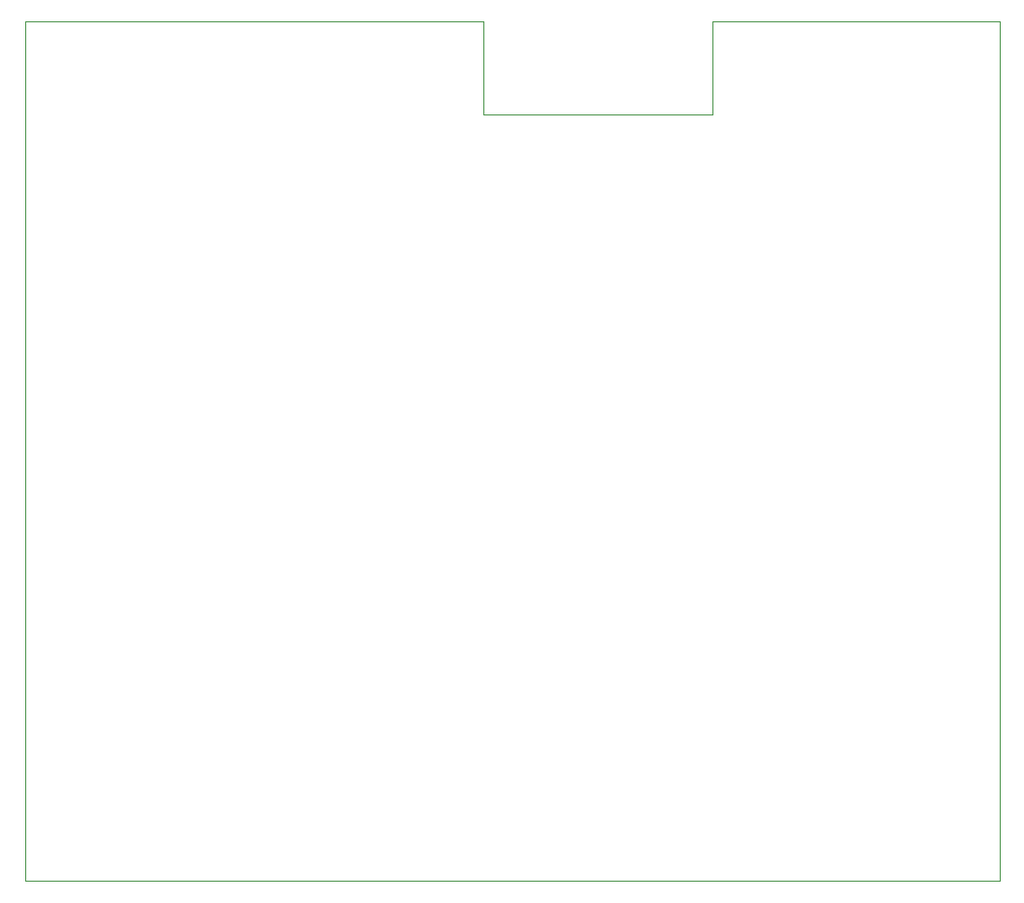
<source format=gbr>
G04 #@! TF.GenerationSoftware,KiCad,Pcbnew,5.0.2-1.fc29*
G04 #@! TF.CreationDate,2019-01-19T22:33:50+01:00*
G04 #@! TF.ProjectId,esp32,65737038-3236-4362-9e6b-696361645f70,rev?*
G04 #@! TF.SameCoordinates,Original*
G04 #@! TF.FileFunction,Profile,NP*
%FSLAX46Y46*%
G04 Gerber Fmt 4.6, Leading zero omitted, Abs format (unit mm)*
G04 Created by KiCad (PCBNEW 5.0.2-1.fc29) date Sat 19 Jan 2019 10:33:50 PM CET*
%MOMM*%
%LPD*%
G01*
G04 APERTURE LIST*
%ADD10C,0.100000*%
G04 APERTURE END LIST*
D10*
X138000000Y-62000000D02*
X163000000Y-62000000D01*
X138000000Y-70095000D02*
X138000000Y-62000000D01*
X118000000Y-70095000D02*
X138000000Y-70095000D01*
X118000000Y-62000000D02*
X118000000Y-70100000D01*
X78000000Y-62000000D02*
X118000000Y-62000000D01*
X163000000Y-137000000D02*
X78000000Y-137000000D01*
X163000000Y-62000000D02*
X163000000Y-137000000D01*
X78000000Y-137000000D02*
X78000000Y-62000000D01*
M02*

</source>
